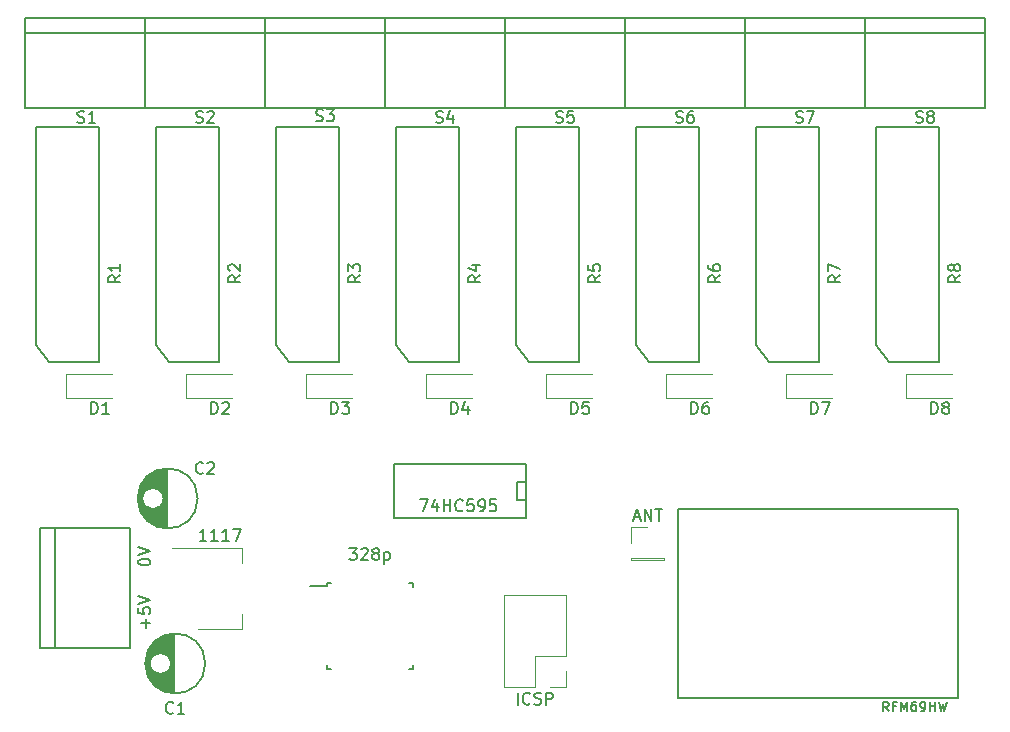
<source format=gto>
G04 #@! TF.FileFunction,Legend,Top*
%FSLAX46Y46*%
G04 Gerber Fmt 4.6, Leading zero omitted, Abs format (unit mm)*
G04 Created by KiCad (PCBNEW 4.0.5-e0-6337~49~ubuntu16.04.1) date Tue Jan 17 08:46:27 2017*
%MOMM*%
%LPD*%
G01*
G04 APERTURE LIST*
%ADD10C,0.100000*%
%ADD11C,0.150000*%
%ADD12C,0.120000*%
%ADD13C,0.160000*%
G04 APERTURE END LIST*
D10*
D11*
X164015000Y-113850000D02*
X164015000Y-114075000D01*
X171265000Y-113850000D02*
X171265000Y-114175000D01*
X171265000Y-121100000D02*
X171265000Y-120775000D01*
X164015000Y-121100000D02*
X164015000Y-120775000D01*
X164015000Y-113850000D02*
X164340000Y-113850000D01*
X164015000Y-121100000D02*
X164340000Y-121100000D01*
X171265000Y-121100000D02*
X170940000Y-121100000D01*
X171265000Y-113850000D02*
X170940000Y-113850000D01*
X164015000Y-114075000D02*
X162590000Y-114075000D01*
X140970000Y-119380000D02*
X140970000Y-109220000D01*
X139700000Y-119380000D02*
X147320000Y-119380000D01*
X147320000Y-119380000D02*
X147320000Y-109220000D01*
X147320000Y-109220000D02*
X139700000Y-109220000D01*
X139700000Y-109220000D02*
X139700000Y-119380000D01*
D12*
X189745000Y-111760000D02*
X189745000Y-111880000D01*
X189745000Y-111880000D02*
X192525000Y-111880000D01*
X192525000Y-111880000D02*
X192525000Y-111760000D01*
X192525000Y-111760000D02*
X189745000Y-111760000D01*
X189745000Y-110490000D02*
X189745000Y-109100000D01*
X189745000Y-109100000D02*
X191135000Y-109100000D01*
X184270000Y-120015000D02*
X184270000Y-114815000D01*
X184270000Y-114815000D02*
X178950000Y-114815000D01*
X178950000Y-114815000D02*
X178950000Y-122675000D01*
X178950000Y-122675000D02*
X181610000Y-122675000D01*
X181610000Y-122675000D02*
X181610000Y-120015000D01*
X181610000Y-120015000D02*
X184270000Y-120015000D01*
X184270000Y-121285000D02*
X184270000Y-122675000D01*
X184270000Y-122675000D02*
X182880000Y-122675000D01*
D11*
X138430000Y-67310000D02*
X148590000Y-67310000D01*
X138430000Y-66040000D02*
X138430000Y-73660000D01*
X138430000Y-73660000D02*
X148590000Y-73660000D01*
X148590000Y-73660000D02*
X148590000Y-66040000D01*
X148590000Y-66040000D02*
X138430000Y-66040000D01*
X148590000Y-67310000D02*
X158750000Y-67310000D01*
X148590000Y-66040000D02*
X148590000Y-73660000D01*
X148590000Y-73660000D02*
X158750000Y-73660000D01*
X158750000Y-73660000D02*
X158750000Y-66040000D01*
X158750000Y-66040000D02*
X148590000Y-66040000D01*
X158750000Y-67310000D02*
X168910000Y-67310000D01*
X158750000Y-66040000D02*
X158750000Y-73660000D01*
X158750000Y-73660000D02*
X168910000Y-73660000D01*
X168910000Y-73660000D02*
X168910000Y-66040000D01*
X168910000Y-66040000D02*
X158750000Y-66040000D01*
X168910000Y-67310000D02*
X179070000Y-67310000D01*
X168910000Y-66040000D02*
X168910000Y-73660000D01*
X168910000Y-73660000D02*
X179070000Y-73660000D01*
X179070000Y-73660000D02*
X179070000Y-66040000D01*
X179070000Y-66040000D02*
X168910000Y-66040000D01*
X179070000Y-67310000D02*
X189230000Y-67310000D01*
X179070000Y-66040000D02*
X179070000Y-73660000D01*
X179070000Y-73660000D02*
X189230000Y-73660000D01*
X189230000Y-73660000D02*
X189230000Y-66040000D01*
X189230000Y-66040000D02*
X179070000Y-66040000D01*
X189230000Y-67310000D02*
X199390000Y-67310000D01*
X189230000Y-66040000D02*
X189230000Y-73660000D01*
X189230000Y-73660000D02*
X199390000Y-73660000D01*
X199390000Y-73660000D02*
X199390000Y-66040000D01*
X199390000Y-66040000D02*
X189230000Y-66040000D01*
X199390000Y-67310000D02*
X209550000Y-67310000D01*
X199390000Y-66040000D02*
X199390000Y-73660000D01*
X199390000Y-73660000D02*
X209550000Y-73660000D01*
X209550000Y-73660000D02*
X209550000Y-66040000D01*
X209550000Y-66040000D02*
X199390000Y-66040000D01*
X209550000Y-67310000D02*
X219710000Y-67310000D01*
X209550000Y-66040000D02*
X209550000Y-73660000D01*
X209550000Y-73660000D02*
X219710000Y-73660000D01*
X219710000Y-73660000D02*
X219710000Y-66040000D01*
X219710000Y-66040000D02*
X209550000Y-66040000D01*
X139340000Y-75210000D02*
X139340000Y-93710000D01*
X139340000Y-93710000D02*
X140440000Y-95110000D01*
X140440000Y-95110000D02*
X144740000Y-95110000D01*
X144740000Y-95110000D02*
X144740000Y-75210000D01*
X144740000Y-75210000D02*
X139340000Y-75210000D01*
X149500000Y-75210000D02*
X149500000Y-93710000D01*
X149500000Y-93710000D02*
X150600000Y-95110000D01*
X150600000Y-95110000D02*
X154900000Y-95110000D01*
X154900000Y-95110000D02*
X154900000Y-75210000D01*
X154900000Y-75210000D02*
X149500000Y-75210000D01*
X159660000Y-75210000D02*
X159660000Y-93710000D01*
X159660000Y-93710000D02*
X160760000Y-95110000D01*
X160760000Y-95110000D02*
X165060000Y-95110000D01*
X165060000Y-95110000D02*
X165060000Y-75210000D01*
X165060000Y-75210000D02*
X159660000Y-75210000D01*
X169820000Y-75210000D02*
X169820000Y-93710000D01*
X169820000Y-93710000D02*
X170920000Y-95110000D01*
X170920000Y-95110000D02*
X175220000Y-95110000D01*
X175220000Y-95110000D02*
X175220000Y-75210000D01*
X175220000Y-75210000D02*
X169820000Y-75210000D01*
X179980000Y-75210000D02*
X179980000Y-93710000D01*
X179980000Y-93710000D02*
X181080000Y-95110000D01*
X181080000Y-95110000D02*
X185380000Y-95110000D01*
X185380000Y-95110000D02*
X185380000Y-75210000D01*
X185380000Y-75210000D02*
X179980000Y-75210000D01*
X190140000Y-75210000D02*
X190140000Y-93710000D01*
X190140000Y-93710000D02*
X191240000Y-95110000D01*
X191240000Y-95110000D02*
X195540000Y-95110000D01*
X195540000Y-95110000D02*
X195540000Y-75210000D01*
X195540000Y-75210000D02*
X190140000Y-75210000D01*
X200300000Y-75210000D02*
X200300000Y-93710000D01*
X200300000Y-93710000D02*
X201400000Y-95110000D01*
X201400000Y-95110000D02*
X205700000Y-95110000D01*
X205700000Y-95110000D02*
X205700000Y-75210000D01*
X205700000Y-75210000D02*
X200300000Y-75210000D01*
X210460000Y-75210000D02*
X210460000Y-93710000D01*
X210460000Y-93710000D02*
X211560000Y-95110000D01*
X211560000Y-95110000D02*
X215860000Y-95110000D01*
X215860000Y-95110000D02*
X215860000Y-75210000D01*
X215860000Y-75210000D02*
X210460000Y-75210000D01*
D12*
X156850000Y-117710000D02*
X156850000Y-116450000D01*
X156850000Y-110890000D02*
X156850000Y-112150000D01*
X153090000Y-117710000D02*
X156850000Y-117710000D01*
X150840000Y-110890000D02*
X156850000Y-110890000D01*
D11*
X217395000Y-107555000D02*
X217395000Y-123555000D01*
X193695000Y-107555000D02*
X217395000Y-107555000D01*
X193695000Y-123555000D02*
X193695000Y-107555000D01*
X217395000Y-123555000D02*
X193695000Y-123555000D01*
X180848000Y-106807000D02*
X180086000Y-106807000D01*
X180086000Y-106807000D02*
X180086000Y-105283000D01*
X180086000Y-105283000D02*
X180848000Y-105283000D01*
X169672000Y-108331000D02*
X169672000Y-103759000D01*
X169672000Y-103759000D02*
X180848000Y-103759000D01*
X180848000Y-103759000D02*
X180848000Y-108331000D01*
X180848000Y-108331000D02*
X169672000Y-108331000D01*
X151075000Y-123149000D02*
X151075000Y-118151000D01*
X150935000Y-123141000D02*
X150935000Y-118159000D01*
X150795000Y-123125000D02*
X150795000Y-120745000D01*
X150795000Y-120555000D02*
X150795000Y-118175000D01*
X150655000Y-123101000D02*
X150655000Y-121140000D01*
X150655000Y-120160000D02*
X150655000Y-118199000D01*
X150515000Y-123068000D02*
X150515000Y-121307000D01*
X150515000Y-119993000D02*
X150515000Y-118232000D01*
X150375000Y-123027000D02*
X150375000Y-121414000D01*
X150375000Y-119886000D02*
X150375000Y-118273000D01*
X150235000Y-122977000D02*
X150235000Y-121485000D01*
X150235000Y-119815000D02*
X150235000Y-118323000D01*
X150095000Y-122916000D02*
X150095000Y-121529000D01*
X150095000Y-119771000D02*
X150095000Y-118384000D01*
X149955000Y-122846000D02*
X149955000Y-121548000D01*
X149955000Y-119752000D02*
X149955000Y-118454000D01*
X149815000Y-122764000D02*
X149815000Y-121546000D01*
X149815000Y-119754000D02*
X149815000Y-118536000D01*
X149675000Y-122669000D02*
X149675000Y-121521000D01*
X149675000Y-119779000D02*
X149675000Y-118631000D01*
X149535000Y-122558000D02*
X149535000Y-121473000D01*
X149535000Y-119827000D02*
X149535000Y-118742000D01*
X149395000Y-122430000D02*
X149395000Y-121395000D01*
X149395000Y-119905000D02*
X149395000Y-118870000D01*
X149255000Y-122281000D02*
X149255000Y-121278000D01*
X149255000Y-120022000D02*
X149255000Y-119019000D01*
X149115000Y-122102000D02*
X149115000Y-121090000D01*
X149115000Y-120210000D02*
X149115000Y-119198000D01*
X148975000Y-121883000D02*
X148975000Y-119417000D01*
X148835000Y-121594000D02*
X148835000Y-119706000D01*
X148695000Y-121122000D02*
X148695000Y-120178000D01*
X150800000Y-120650000D02*
G75*
G03X150800000Y-120650000I-900000J0D01*
G01*
X153687500Y-120650000D02*
G75*
G03X153687500Y-120650000I-2537500J0D01*
G01*
X150440000Y-109179000D02*
X150440000Y-104181000D01*
X150300000Y-109171000D02*
X150300000Y-104189000D01*
X150160000Y-109155000D02*
X150160000Y-106775000D01*
X150160000Y-106585000D02*
X150160000Y-104205000D01*
X150020000Y-109131000D02*
X150020000Y-107170000D01*
X150020000Y-106190000D02*
X150020000Y-104229000D01*
X149880000Y-109098000D02*
X149880000Y-107337000D01*
X149880000Y-106023000D02*
X149880000Y-104262000D01*
X149740000Y-109057000D02*
X149740000Y-107444000D01*
X149740000Y-105916000D02*
X149740000Y-104303000D01*
X149600000Y-109007000D02*
X149600000Y-107515000D01*
X149600000Y-105845000D02*
X149600000Y-104353000D01*
X149460000Y-108946000D02*
X149460000Y-107559000D01*
X149460000Y-105801000D02*
X149460000Y-104414000D01*
X149320000Y-108876000D02*
X149320000Y-107578000D01*
X149320000Y-105782000D02*
X149320000Y-104484000D01*
X149180000Y-108794000D02*
X149180000Y-107576000D01*
X149180000Y-105784000D02*
X149180000Y-104566000D01*
X149040000Y-108699000D02*
X149040000Y-107551000D01*
X149040000Y-105809000D02*
X149040000Y-104661000D01*
X148900000Y-108588000D02*
X148900000Y-107503000D01*
X148900000Y-105857000D02*
X148900000Y-104772000D01*
X148760000Y-108460000D02*
X148760000Y-107425000D01*
X148760000Y-105935000D02*
X148760000Y-104900000D01*
X148620000Y-108311000D02*
X148620000Y-107308000D01*
X148620000Y-106052000D02*
X148620000Y-105049000D01*
X148480000Y-108132000D02*
X148480000Y-107120000D01*
X148480000Y-106240000D02*
X148480000Y-105228000D01*
X148340000Y-107913000D02*
X148340000Y-105447000D01*
X148200000Y-107624000D02*
X148200000Y-105736000D01*
X148060000Y-107152000D02*
X148060000Y-106208000D01*
X150165000Y-106680000D02*
G75*
G03X150165000Y-106680000I-900000J0D01*
G01*
X153052500Y-106680000D02*
G75*
G03X153052500Y-106680000I-2537500J0D01*
G01*
D12*
X141895000Y-96155000D02*
X141895000Y-98155000D01*
X141895000Y-98155000D02*
X145795000Y-98155000D01*
X141895000Y-96155000D02*
X145795000Y-96155000D01*
X152055000Y-96155000D02*
X152055000Y-98155000D01*
X152055000Y-98155000D02*
X155955000Y-98155000D01*
X152055000Y-96155000D02*
X155955000Y-96155000D01*
X162215000Y-96155000D02*
X162215000Y-98155000D01*
X162215000Y-98155000D02*
X166115000Y-98155000D01*
X162215000Y-96155000D02*
X166115000Y-96155000D01*
X172375000Y-96155000D02*
X172375000Y-98155000D01*
X172375000Y-98155000D02*
X176275000Y-98155000D01*
X172375000Y-96155000D02*
X176275000Y-96155000D01*
X182535000Y-96155000D02*
X182535000Y-98155000D01*
X182535000Y-98155000D02*
X186435000Y-98155000D01*
X182535000Y-96155000D02*
X186435000Y-96155000D01*
X192695000Y-96155000D02*
X192695000Y-98155000D01*
X192695000Y-98155000D02*
X196595000Y-98155000D01*
X192695000Y-96155000D02*
X196595000Y-96155000D01*
X202855000Y-96155000D02*
X202855000Y-98155000D01*
X202855000Y-98155000D02*
X206755000Y-98155000D01*
X202855000Y-96155000D02*
X206755000Y-96155000D01*
X213015000Y-96155000D02*
X213015000Y-98155000D01*
X213015000Y-98155000D02*
X216915000Y-98155000D01*
X213015000Y-96155000D02*
X216915000Y-96155000D01*
D11*
X165901905Y-110877381D02*
X166520953Y-110877381D01*
X166187619Y-111258333D01*
X166330477Y-111258333D01*
X166425715Y-111305952D01*
X166473334Y-111353571D01*
X166520953Y-111448810D01*
X166520953Y-111686905D01*
X166473334Y-111782143D01*
X166425715Y-111829762D01*
X166330477Y-111877381D01*
X166044762Y-111877381D01*
X165949524Y-111829762D01*
X165901905Y-111782143D01*
X166901905Y-110972619D02*
X166949524Y-110925000D01*
X167044762Y-110877381D01*
X167282858Y-110877381D01*
X167378096Y-110925000D01*
X167425715Y-110972619D01*
X167473334Y-111067857D01*
X167473334Y-111163095D01*
X167425715Y-111305952D01*
X166854286Y-111877381D01*
X167473334Y-111877381D01*
X168044762Y-111305952D02*
X167949524Y-111258333D01*
X167901905Y-111210714D01*
X167854286Y-111115476D01*
X167854286Y-111067857D01*
X167901905Y-110972619D01*
X167949524Y-110925000D01*
X168044762Y-110877381D01*
X168235239Y-110877381D01*
X168330477Y-110925000D01*
X168378096Y-110972619D01*
X168425715Y-111067857D01*
X168425715Y-111115476D01*
X168378096Y-111210714D01*
X168330477Y-111258333D01*
X168235239Y-111305952D01*
X168044762Y-111305952D01*
X167949524Y-111353571D01*
X167901905Y-111401190D01*
X167854286Y-111496429D01*
X167854286Y-111686905D01*
X167901905Y-111782143D01*
X167949524Y-111829762D01*
X168044762Y-111877381D01*
X168235239Y-111877381D01*
X168330477Y-111829762D01*
X168378096Y-111782143D01*
X168425715Y-111686905D01*
X168425715Y-111496429D01*
X168378096Y-111401190D01*
X168330477Y-111353571D01*
X168235239Y-111305952D01*
X168854286Y-111210714D02*
X168854286Y-112210714D01*
X168854286Y-111258333D02*
X168949524Y-111210714D01*
X169140001Y-111210714D01*
X169235239Y-111258333D01*
X169282858Y-111305952D01*
X169330477Y-111401190D01*
X169330477Y-111686905D01*
X169282858Y-111782143D01*
X169235239Y-111829762D01*
X169140001Y-111877381D01*
X168949524Y-111877381D01*
X168854286Y-111829762D01*
X148661429Y-117633334D02*
X148661429Y-116871429D01*
X149042381Y-117252381D02*
X148280476Y-117252381D01*
X148042381Y-115919048D02*
X148042381Y-116395239D01*
X148518571Y-116442858D01*
X148470952Y-116395239D01*
X148423333Y-116300001D01*
X148423333Y-116061905D01*
X148470952Y-115966667D01*
X148518571Y-115919048D01*
X148613810Y-115871429D01*
X148851905Y-115871429D01*
X148947143Y-115919048D01*
X148994762Y-115966667D01*
X149042381Y-116061905D01*
X149042381Y-116300001D01*
X148994762Y-116395239D01*
X148947143Y-116442858D01*
X148042381Y-115585715D02*
X149042381Y-115252382D01*
X148042381Y-114919048D01*
X148042381Y-112109524D02*
X148042381Y-112014285D01*
X148090000Y-111919047D01*
X148137619Y-111871428D01*
X148232857Y-111823809D01*
X148423333Y-111776190D01*
X148661429Y-111776190D01*
X148851905Y-111823809D01*
X148947143Y-111871428D01*
X148994762Y-111919047D01*
X149042381Y-112014285D01*
X149042381Y-112109524D01*
X148994762Y-112204762D01*
X148947143Y-112252381D01*
X148851905Y-112300000D01*
X148661429Y-112347619D01*
X148423333Y-112347619D01*
X148232857Y-112300000D01*
X148137619Y-112252381D01*
X148090000Y-112204762D01*
X148042381Y-112109524D01*
X148042381Y-111490476D02*
X149042381Y-111157143D01*
X148042381Y-110823809D01*
X189992143Y-108266667D02*
X190468334Y-108266667D01*
X189896905Y-108552381D02*
X190230238Y-107552381D01*
X190563572Y-108552381D01*
X190896905Y-108552381D02*
X190896905Y-107552381D01*
X191468334Y-108552381D01*
X191468334Y-107552381D01*
X191801667Y-107552381D02*
X192373096Y-107552381D01*
X192087381Y-108552381D02*
X192087381Y-107552381D01*
X180133810Y-124127381D02*
X180133810Y-123127381D01*
X181181429Y-124032143D02*
X181133810Y-124079762D01*
X180990953Y-124127381D01*
X180895715Y-124127381D01*
X180752857Y-124079762D01*
X180657619Y-123984524D01*
X180610000Y-123889286D01*
X180562381Y-123698810D01*
X180562381Y-123555952D01*
X180610000Y-123365476D01*
X180657619Y-123270238D01*
X180752857Y-123175000D01*
X180895715Y-123127381D01*
X180990953Y-123127381D01*
X181133810Y-123175000D01*
X181181429Y-123222619D01*
X181562381Y-124079762D02*
X181705238Y-124127381D01*
X181943334Y-124127381D01*
X182038572Y-124079762D01*
X182086191Y-124032143D01*
X182133810Y-123936905D01*
X182133810Y-123841667D01*
X182086191Y-123746429D01*
X182038572Y-123698810D01*
X181943334Y-123651190D01*
X181752857Y-123603571D01*
X181657619Y-123555952D01*
X181610000Y-123508333D01*
X181562381Y-123413095D01*
X181562381Y-123317857D01*
X181610000Y-123222619D01*
X181657619Y-123175000D01*
X181752857Y-123127381D01*
X181990953Y-123127381D01*
X182133810Y-123175000D01*
X182562381Y-124127381D02*
X182562381Y-123127381D01*
X182943334Y-123127381D01*
X183038572Y-123175000D01*
X183086191Y-123222619D01*
X183133810Y-123317857D01*
X183133810Y-123460714D01*
X183086191Y-123555952D01*
X183038572Y-123603571D01*
X182943334Y-123651190D01*
X182562381Y-123651190D01*
X142875095Y-74826762D02*
X143017952Y-74874381D01*
X143256048Y-74874381D01*
X143351286Y-74826762D01*
X143398905Y-74779143D01*
X143446524Y-74683905D01*
X143446524Y-74588667D01*
X143398905Y-74493429D01*
X143351286Y-74445810D01*
X143256048Y-74398190D01*
X143065571Y-74350571D01*
X142970333Y-74302952D01*
X142922714Y-74255333D01*
X142875095Y-74160095D01*
X142875095Y-74064857D01*
X142922714Y-73969619D01*
X142970333Y-73922000D01*
X143065571Y-73874381D01*
X143303667Y-73874381D01*
X143446524Y-73922000D01*
X144398905Y-74874381D02*
X143827476Y-74874381D01*
X144113190Y-74874381D02*
X144113190Y-73874381D01*
X144017952Y-74017238D01*
X143922714Y-74112476D01*
X143827476Y-74160095D01*
X152908095Y-74826762D02*
X153050952Y-74874381D01*
X153289048Y-74874381D01*
X153384286Y-74826762D01*
X153431905Y-74779143D01*
X153479524Y-74683905D01*
X153479524Y-74588667D01*
X153431905Y-74493429D01*
X153384286Y-74445810D01*
X153289048Y-74398190D01*
X153098571Y-74350571D01*
X153003333Y-74302952D01*
X152955714Y-74255333D01*
X152908095Y-74160095D01*
X152908095Y-74064857D01*
X152955714Y-73969619D01*
X153003333Y-73922000D01*
X153098571Y-73874381D01*
X153336667Y-73874381D01*
X153479524Y-73922000D01*
X153860476Y-73969619D02*
X153908095Y-73922000D01*
X154003333Y-73874381D01*
X154241429Y-73874381D01*
X154336667Y-73922000D01*
X154384286Y-73969619D01*
X154431905Y-74064857D01*
X154431905Y-74160095D01*
X154384286Y-74302952D01*
X153812857Y-74874381D01*
X154431905Y-74874381D01*
X163068095Y-74699762D02*
X163210952Y-74747381D01*
X163449048Y-74747381D01*
X163544286Y-74699762D01*
X163591905Y-74652143D01*
X163639524Y-74556905D01*
X163639524Y-74461667D01*
X163591905Y-74366429D01*
X163544286Y-74318810D01*
X163449048Y-74271190D01*
X163258571Y-74223571D01*
X163163333Y-74175952D01*
X163115714Y-74128333D01*
X163068095Y-74033095D01*
X163068095Y-73937857D01*
X163115714Y-73842619D01*
X163163333Y-73795000D01*
X163258571Y-73747381D01*
X163496667Y-73747381D01*
X163639524Y-73795000D01*
X163972857Y-73747381D02*
X164591905Y-73747381D01*
X164258571Y-74128333D01*
X164401429Y-74128333D01*
X164496667Y-74175952D01*
X164544286Y-74223571D01*
X164591905Y-74318810D01*
X164591905Y-74556905D01*
X164544286Y-74652143D01*
X164496667Y-74699762D01*
X164401429Y-74747381D01*
X164115714Y-74747381D01*
X164020476Y-74699762D01*
X163972857Y-74652143D01*
X173228095Y-74826762D02*
X173370952Y-74874381D01*
X173609048Y-74874381D01*
X173704286Y-74826762D01*
X173751905Y-74779143D01*
X173799524Y-74683905D01*
X173799524Y-74588667D01*
X173751905Y-74493429D01*
X173704286Y-74445810D01*
X173609048Y-74398190D01*
X173418571Y-74350571D01*
X173323333Y-74302952D01*
X173275714Y-74255333D01*
X173228095Y-74160095D01*
X173228095Y-74064857D01*
X173275714Y-73969619D01*
X173323333Y-73922000D01*
X173418571Y-73874381D01*
X173656667Y-73874381D01*
X173799524Y-73922000D01*
X174656667Y-74207714D02*
X174656667Y-74874381D01*
X174418571Y-73826762D02*
X174180476Y-74541048D01*
X174799524Y-74541048D01*
X183388095Y-74826762D02*
X183530952Y-74874381D01*
X183769048Y-74874381D01*
X183864286Y-74826762D01*
X183911905Y-74779143D01*
X183959524Y-74683905D01*
X183959524Y-74588667D01*
X183911905Y-74493429D01*
X183864286Y-74445810D01*
X183769048Y-74398190D01*
X183578571Y-74350571D01*
X183483333Y-74302952D01*
X183435714Y-74255333D01*
X183388095Y-74160095D01*
X183388095Y-74064857D01*
X183435714Y-73969619D01*
X183483333Y-73922000D01*
X183578571Y-73874381D01*
X183816667Y-73874381D01*
X183959524Y-73922000D01*
X184864286Y-73874381D02*
X184388095Y-73874381D01*
X184340476Y-74350571D01*
X184388095Y-74302952D01*
X184483333Y-74255333D01*
X184721429Y-74255333D01*
X184816667Y-74302952D01*
X184864286Y-74350571D01*
X184911905Y-74445810D01*
X184911905Y-74683905D01*
X184864286Y-74779143D01*
X184816667Y-74826762D01*
X184721429Y-74874381D01*
X184483333Y-74874381D01*
X184388095Y-74826762D01*
X184340476Y-74779143D01*
X193548095Y-74826762D02*
X193690952Y-74874381D01*
X193929048Y-74874381D01*
X194024286Y-74826762D01*
X194071905Y-74779143D01*
X194119524Y-74683905D01*
X194119524Y-74588667D01*
X194071905Y-74493429D01*
X194024286Y-74445810D01*
X193929048Y-74398190D01*
X193738571Y-74350571D01*
X193643333Y-74302952D01*
X193595714Y-74255333D01*
X193548095Y-74160095D01*
X193548095Y-74064857D01*
X193595714Y-73969619D01*
X193643333Y-73922000D01*
X193738571Y-73874381D01*
X193976667Y-73874381D01*
X194119524Y-73922000D01*
X194976667Y-73874381D02*
X194786190Y-73874381D01*
X194690952Y-73922000D01*
X194643333Y-73969619D01*
X194548095Y-74112476D01*
X194500476Y-74302952D01*
X194500476Y-74683905D01*
X194548095Y-74779143D01*
X194595714Y-74826762D01*
X194690952Y-74874381D01*
X194881429Y-74874381D01*
X194976667Y-74826762D01*
X195024286Y-74779143D01*
X195071905Y-74683905D01*
X195071905Y-74445810D01*
X195024286Y-74350571D01*
X194976667Y-74302952D01*
X194881429Y-74255333D01*
X194690952Y-74255333D01*
X194595714Y-74302952D01*
X194548095Y-74350571D01*
X194500476Y-74445810D01*
X203708095Y-74826762D02*
X203850952Y-74874381D01*
X204089048Y-74874381D01*
X204184286Y-74826762D01*
X204231905Y-74779143D01*
X204279524Y-74683905D01*
X204279524Y-74588667D01*
X204231905Y-74493429D01*
X204184286Y-74445810D01*
X204089048Y-74398190D01*
X203898571Y-74350571D01*
X203803333Y-74302952D01*
X203755714Y-74255333D01*
X203708095Y-74160095D01*
X203708095Y-74064857D01*
X203755714Y-73969619D01*
X203803333Y-73922000D01*
X203898571Y-73874381D01*
X204136667Y-73874381D01*
X204279524Y-73922000D01*
X204612857Y-73874381D02*
X205279524Y-73874381D01*
X204850952Y-74874381D01*
X213868095Y-74826762D02*
X214010952Y-74874381D01*
X214249048Y-74874381D01*
X214344286Y-74826762D01*
X214391905Y-74779143D01*
X214439524Y-74683905D01*
X214439524Y-74588667D01*
X214391905Y-74493429D01*
X214344286Y-74445810D01*
X214249048Y-74398190D01*
X214058571Y-74350571D01*
X213963333Y-74302952D01*
X213915714Y-74255333D01*
X213868095Y-74160095D01*
X213868095Y-74064857D01*
X213915714Y-73969619D01*
X213963333Y-73922000D01*
X214058571Y-73874381D01*
X214296667Y-73874381D01*
X214439524Y-73922000D01*
X215010952Y-74302952D02*
X214915714Y-74255333D01*
X214868095Y-74207714D01*
X214820476Y-74112476D01*
X214820476Y-74064857D01*
X214868095Y-73969619D01*
X214915714Y-73922000D01*
X215010952Y-73874381D01*
X215201429Y-73874381D01*
X215296667Y-73922000D01*
X215344286Y-73969619D01*
X215391905Y-74064857D01*
X215391905Y-74112476D01*
X215344286Y-74207714D01*
X215296667Y-74255333D01*
X215201429Y-74302952D01*
X215010952Y-74302952D01*
X214915714Y-74350571D01*
X214868095Y-74398190D01*
X214820476Y-74493429D01*
X214820476Y-74683905D01*
X214868095Y-74779143D01*
X214915714Y-74826762D01*
X215010952Y-74874381D01*
X215201429Y-74874381D01*
X215296667Y-74826762D01*
X215344286Y-74779143D01*
X215391905Y-74683905D01*
X215391905Y-74493429D01*
X215344286Y-74398190D01*
X215296667Y-74350571D01*
X215201429Y-74302952D01*
X146502381Y-87796666D02*
X146026190Y-88130000D01*
X146502381Y-88368095D02*
X145502381Y-88368095D01*
X145502381Y-87987142D01*
X145550000Y-87891904D01*
X145597619Y-87844285D01*
X145692857Y-87796666D01*
X145835714Y-87796666D01*
X145930952Y-87844285D01*
X145978571Y-87891904D01*
X146026190Y-87987142D01*
X146026190Y-88368095D01*
X146502381Y-86844285D02*
X146502381Y-87415714D01*
X146502381Y-87130000D02*
X145502381Y-87130000D01*
X145645238Y-87225238D01*
X145740476Y-87320476D01*
X145788095Y-87415714D01*
X156662381Y-87796666D02*
X156186190Y-88130000D01*
X156662381Y-88368095D02*
X155662381Y-88368095D01*
X155662381Y-87987142D01*
X155710000Y-87891904D01*
X155757619Y-87844285D01*
X155852857Y-87796666D01*
X155995714Y-87796666D01*
X156090952Y-87844285D01*
X156138571Y-87891904D01*
X156186190Y-87987142D01*
X156186190Y-88368095D01*
X155757619Y-87415714D02*
X155710000Y-87368095D01*
X155662381Y-87272857D01*
X155662381Y-87034761D01*
X155710000Y-86939523D01*
X155757619Y-86891904D01*
X155852857Y-86844285D01*
X155948095Y-86844285D01*
X156090952Y-86891904D01*
X156662381Y-87463333D01*
X156662381Y-86844285D01*
X166822381Y-87796666D02*
X166346190Y-88130000D01*
X166822381Y-88368095D02*
X165822381Y-88368095D01*
X165822381Y-87987142D01*
X165870000Y-87891904D01*
X165917619Y-87844285D01*
X166012857Y-87796666D01*
X166155714Y-87796666D01*
X166250952Y-87844285D01*
X166298571Y-87891904D01*
X166346190Y-87987142D01*
X166346190Y-88368095D01*
X165822381Y-87463333D02*
X165822381Y-86844285D01*
X166203333Y-87177619D01*
X166203333Y-87034761D01*
X166250952Y-86939523D01*
X166298571Y-86891904D01*
X166393810Y-86844285D01*
X166631905Y-86844285D01*
X166727143Y-86891904D01*
X166774762Y-86939523D01*
X166822381Y-87034761D01*
X166822381Y-87320476D01*
X166774762Y-87415714D01*
X166727143Y-87463333D01*
X176982381Y-87796666D02*
X176506190Y-88130000D01*
X176982381Y-88368095D02*
X175982381Y-88368095D01*
X175982381Y-87987142D01*
X176030000Y-87891904D01*
X176077619Y-87844285D01*
X176172857Y-87796666D01*
X176315714Y-87796666D01*
X176410952Y-87844285D01*
X176458571Y-87891904D01*
X176506190Y-87987142D01*
X176506190Y-88368095D01*
X176315714Y-86939523D02*
X176982381Y-86939523D01*
X175934762Y-87177619D02*
X176649048Y-87415714D01*
X176649048Y-86796666D01*
X187142381Y-87796666D02*
X186666190Y-88130000D01*
X187142381Y-88368095D02*
X186142381Y-88368095D01*
X186142381Y-87987142D01*
X186190000Y-87891904D01*
X186237619Y-87844285D01*
X186332857Y-87796666D01*
X186475714Y-87796666D01*
X186570952Y-87844285D01*
X186618571Y-87891904D01*
X186666190Y-87987142D01*
X186666190Y-88368095D01*
X186142381Y-86891904D02*
X186142381Y-87368095D01*
X186618571Y-87415714D01*
X186570952Y-87368095D01*
X186523333Y-87272857D01*
X186523333Y-87034761D01*
X186570952Y-86939523D01*
X186618571Y-86891904D01*
X186713810Y-86844285D01*
X186951905Y-86844285D01*
X187047143Y-86891904D01*
X187094762Y-86939523D01*
X187142381Y-87034761D01*
X187142381Y-87272857D01*
X187094762Y-87368095D01*
X187047143Y-87415714D01*
X197302381Y-87796666D02*
X196826190Y-88130000D01*
X197302381Y-88368095D02*
X196302381Y-88368095D01*
X196302381Y-87987142D01*
X196350000Y-87891904D01*
X196397619Y-87844285D01*
X196492857Y-87796666D01*
X196635714Y-87796666D01*
X196730952Y-87844285D01*
X196778571Y-87891904D01*
X196826190Y-87987142D01*
X196826190Y-88368095D01*
X196302381Y-86939523D02*
X196302381Y-87130000D01*
X196350000Y-87225238D01*
X196397619Y-87272857D01*
X196540476Y-87368095D01*
X196730952Y-87415714D01*
X197111905Y-87415714D01*
X197207143Y-87368095D01*
X197254762Y-87320476D01*
X197302381Y-87225238D01*
X197302381Y-87034761D01*
X197254762Y-86939523D01*
X197207143Y-86891904D01*
X197111905Y-86844285D01*
X196873810Y-86844285D01*
X196778571Y-86891904D01*
X196730952Y-86939523D01*
X196683333Y-87034761D01*
X196683333Y-87225238D01*
X196730952Y-87320476D01*
X196778571Y-87368095D01*
X196873810Y-87415714D01*
X207462381Y-87796666D02*
X206986190Y-88130000D01*
X207462381Y-88368095D02*
X206462381Y-88368095D01*
X206462381Y-87987142D01*
X206510000Y-87891904D01*
X206557619Y-87844285D01*
X206652857Y-87796666D01*
X206795714Y-87796666D01*
X206890952Y-87844285D01*
X206938571Y-87891904D01*
X206986190Y-87987142D01*
X206986190Y-88368095D01*
X206462381Y-87463333D02*
X206462381Y-86796666D01*
X207462381Y-87225238D01*
X217622381Y-87796666D02*
X217146190Y-88130000D01*
X217622381Y-88368095D02*
X216622381Y-88368095D01*
X216622381Y-87987142D01*
X216670000Y-87891904D01*
X216717619Y-87844285D01*
X216812857Y-87796666D01*
X216955714Y-87796666D01*
X217050952Y-87844285D01*
X217098571Y-87891904D01*
X217146190Y-87987142D01*
X217146190Y-88368095D01*
X217050952Y-87225238D02*
X217003333Y-87320476D01*
X216955714Y-87368095D01*
X216860476Y-87415714D01*
X216812857Y-87415714D01*
X216717619Y-87368095D01*
X216670000Y-87320476D01*
X216622381Y-87225238D01*
X216622381Y-87034761D01*
X216670000Y-86939523D01*
X216717619Y-86891904D01*
X216812857Y-86844285D01*
X216860476Y-86844285D01*
X216955714Y-86891904D01*
X217003333Y-86939523D01*
X217050952Y-87034761D01*
X217050952Y-87225238D01*
X217098571Y-87320476D01*
X217146190Y-87368095D01*
X217241429Y-87415714D01*
X217431905Y-87415714D01*
X217527143Y-87368095D01*
X217574762Y-87320476D01*
X217622381Y-87225238D01*
X217622381Y-87034761D01*
X217574762Y-86939523D01*
X217527143Y-86891904D01*
X217431905Y-86844285D01*
X217241429Y-86844285D01*
X217146190Y-86891904D01*
X217098571Y-86939523D01*
X217050952Y-87034761D01*
X153797143Y-110252381D02*
X153225714Y-110252381D01*
X153511428Y-110252381D02*
X153511428Y-109252381D01*
X153416190Y-109395238D01*
X153320952Y-109490476D01*
X153225714Y-109538095D01*
X154749524Y-110252381D02*
X154178095Y-110252381D01*
X154463809Y-110252381D02*
X154463809Y-109252381D01*
X154368571Y-109395238D01*
X154273333Y-109490476D01*
X154178095Y-109538095D01*
X155701905Y-110252381D02*
X155130476Y-110252381D01*
X155416190Y-110252381D02*
X155416190Y-109252381D01*
X155320952Y-109395238D01*
X155225714Y-109490476D01*
X155130476Y-109538095D01*
X156035238Y-109252381D02*
X156701905Y-109252381D01*
X156273333Y-110252381D01*
D13*
X211550524Y-124694905D02*
X211283857Y-124313952D01*
X211093381Y-124694905D02*
X211093381Y-123894905D01*
X211398143Y-123894905D01*
X211474334Y-123933000D01*
X211512429Y-123971095D01*
X211550524Y-124047286D01*
X211550524Y-124161571D01*
X211512429Y-124237762D01*
X211474334Y-124275857D01*
X211398143Y-124313952D01*
X211093381Y-124313952D01*
X212160048Y-124275857D02*
X211893381Y-124275857D01*
X211893381Y-124694905D02*
X211893381Y-123894905D01*
X212274334Y-123894905D01*
X212579095Y-124694905D02*
X212579095Y-123894905D01*
X212845762Y-124466333D01*
X213112429Y-123894905D01*
X213112429Y-124694905D01*
X213836238Y-123894905D02*
X213683857Y-123894905D01*
X213607667Y-123933000D01*
X213569572Y-123971095D01*
X213493381Y-124085381D01*
X213455286Y-124237762D01*
X213455286Y-124542524D01*
X213493381Y-124618714D01*
X213531476Y-124656810D01*
X213607667Y-124694905D01*
X213760048Y-124694905D01*
X213836238Y-124656810D01*
X213874334Y-124618714D01*
X213912429Y-124542524D01*
X213912429Y-124352048D01*
X213874334Y-124275857D01*
X213836238Y-124237762D01*
X213760048Y-124199667D01*
X213607667Y-124199667D01*
X213531476Y-124237762D01*
X213493381Y-124275857D01*
X213455286Y-124352048D01*
X214293381Y-124694905D02*
X214445762Y-124694905D01*
X214521953Y-124656810D01*
X214560048Y-124618714D01*
X214636239Y-124504429D01*
X214674334Y-124352048D01*
X214674334Y-124047286D01*
X214636239Y-123971095D01*
X214598143Y-123933000D01*
X214521953Y-123894905D01*
X214369572Y-123894905D01*
X214293381Y-123933000D01*
X214255286Y-123971095D01*
X214217191Y-124047286D01*
X214217191Y-124237762D01*
X214255286Y-124313952D01*
X214293381Y-124352048D01*
X214369572Y-124390143D01*
X214521953Y-124390143D01*
X214598143Y-124352048D01*
X214636239Y-124313952D01*
X214674334Y-124237762D01*
X215017191Y-124694905D02*
X215017191Y-123894905D01*
X215017191Y-124275857D02*
X215474334Y-124275857D01*
X215474334Y-124694905D02*
X215474334Y-123894905D01*
X215779096Y-123894905D02*
X215969572Y-124694905D01*
X216121953Y-124123476D01*
X216274334Y-124694905D01*
X216464810Y-123894905D01*
D11*
X171871095Y-106767381D02*
X172537762Y-106767381D01*
X172109190Y-107767381D01*
X173347286Y-107100714D02*
X173347286Y-107767381D01*
X173109190Y-106719762D02*
X172871095Y-107434048D01*
X173490143Y-107434048D01*
X173871095Y-107767381D02*
X173871095Y-106767381D01*
X173871095Y-107243571D02*
X174442524Y-107243571D01*
X174442524Y-107767381D02*
X174442524Y-106767381D01*
X175490143Y-107672143D02*
X175442524Y-107719762D01*
X175299667Y-107767381D01*
X175204429Y-107767381D01*
X175061571Y-107719762D01*
X174966333Y-107624524D01*
X174918714Y-107529286D01*
X174871095Y-107338810D01*
X174871095Y-107195952D01*
X174918714Y-107005476D01*
X174966333Y-106910238D01*
X175061571Y-106815000D01*
X175204429Y-106767381D01*
X175299667Y-106767381D01*
X175442524Y-106815000D01*
X175490143Y-106862619D01*
X176394905Y-106767381D02*
X175918714Y-106767381D01*
X175871095Y-107243571D01*
X175918714Y-107195952D01*
X176013952Y-107148333D01*
X176252048Y-107148333D01*
X176347286Y-107195952D01*
X176394905Y-107243571D01*
X176442524Y-107338810D01*
X176442524Y-107576905D01*
X176394905Y-107672143D01*
X176347286Y-107719762D01*
X176252048Y-107767381D01*
X176013952Y-107767381D01*
X175918714Y-107719762D01*
X175871095Y-107672143D01*
X176918714Y-107767381D02*
X177109190Y-107767381D01*
X177204429Y-107719762D01*
X177252048Y-107672143D01*
X177347286Y-107529286D01*
X177394905Y-107338810D01*
X177394905Y-106957857D01*
X177347286Y-106862619D01*
X177299667Y-106815000D01*
X177204429Y-106767381D01*
X177013952Y-106767381D01*
X176918714Y-106815000D01*
X176871095Y-106862619D01*
X176823476Y-106957857D01*
X176823476Y-107195952D01*
X176871095Y-107291190D01*
X176918714Y-107338810D01*
X177013952Y-107386429D01*
X177204429Y-107386429D01*
X177299667Y-107338810D01*
X177347286Y-107291190D01*
X177394905Y-107195952D01*
X178299667Y-106767381D02*
X177823476Y-106767381D01*
X177775857Y-107243571D01*
X177823476Y-107195952D01*
X177918714Y-107148333D01*
X178156810Y-107148333D01*
X178252048Y-107195952D01*
X178299667Y-107243571D01*
X178347286Y-107338810D01*
X178347286Y-107576905D01*
X178299667Y-107672143D01*
X178252048Y-107719762D01*
X178156810Y-107767381D01*
X177918714Y-107767381D01*
X177823476Y-107719762D01*
X177775857Y-107672143D01*
X150983334Y-124807143D02*
X150935715Y-124854762D01*
X150792858Y-124902381D01*
X150697620Y-124902381D01*
X150554762Y-124854762D01*
X150459524Y-124759524D01*
X150411905Y-124664286D01*
X150364286Y-124473810D01*
X150364286Y-124330952D01*
X150411905Y-124140476D01*
X150459524Y-124045238D01*
X150554762Y-123950000D01*
X150697620Y-123902381D01*
X150792858Y-123902381D01*
X150935715Y-123950000D01*
X150983334Y-123997619D01*
X151935715Y-124902381D02*
X151364286Y-124902381D01*
X151650000Y-124902381D02*
X151650000Y-123902381D01*
X151554762Y-124045238D01*
X151459524Y-124140476D01*
X151364286Y-124188095D01*
X153503334Y-104497143D02*
X153455715Y-104544762D01*
X153312858Y-104592381D01*
X153217620Y-104592381D01*
X153074762Y-104544762D01*
X152979524Y-104449524D01*
X152931905Y-104354286D01*
X152884286Y-104163810D01*
X152884286Y-104020952D01*
X152931905Y-103830476D01*
X152979524Y-103735238D01*
X153074762Y-103640000D01*
X153217620Y-103592381D01*
X153312858Y-103592381D01*
X153455715Y-103640000D01*
X153503334Y-103687619D01*
X153884286Y-103687619D02*
X153931905Y-103640000D01*
X154027143Y-103592381D01*
X154265239Y-103592381D01*
X154360477Y-103640000D01*
X154408096Y-103687619D01*
X154455715Y-103782857D01*
X154455715Y-103878095D01*
X154408096Y-104020952D01*
X153836667Y-104592381D01*
X154455715Y-104592381D01*
X144041905Y-99512381D02*
X144041905Y-98512381D01*
X144280000Y-98512381D01*
X144422858Y-98560000D01*
X144518096Y-98655238D01*
X144565715Y-98750476D01*
X144613334Y-98940952D01*
X144613334Y-99083810D01*
X144565715Y-99274286D01*
X144518096Y-99369524D01*
X144422858Y-99464762D01*
X144280000Y-99512381D01*
X144041905Y-99512381D01*
X145565715Y-99512381D02*
X144994286Y-99512381D01*
X145280000Y-99512381D02*
X145280000Y-98512381D01*
X145184762Y-98655238D01*
X145089524Y-98750476D01*
X144994286Y-98798095D01*
X154201905Y-99512381D02*
X154201905Y-98512381D01*
X154440000Y-98512381D01*
X154582858Y-98560000D01*
X154678096Y-98655238D01*
X154725715Y-98750476D01*
X154773334Y-98940952D01*
X154773334Y-99083810D01*
X154725715Y-99274286D01*
X154678096Y-99369524D01*
X154582858Y-99464762D01*
X154440000Y-99512381D01*
X154201905Y-99512381D01*
X155154286Y-98607619D02*
X155201905Y-98560000D01*
X155297143Y-98512381D01*
X155535239Y-98512381D01*
X155630477Y-98560000D01*
X155678096Y-98607619D01*
X155725715Y-98702857D01*
X155725715Y-98798095D01*
X155678096Y-98940952D01*
X155106667Y-99512381D01*
X155725715Y-99512381D01*
X164361905Y-99512381D02*
X164361905Y-98512381D01*
X164600000Y-98512381D01*
X164742858Y-98560000D01*
X164838096Y-98655238D01*
X164885715Y-98750476D01*
X164933334Y-98940952D01*
X164933334Y-99083810D01*
X164885715Y-99274286D01*
X164838096Y-99369524D01*
X164742858Y-99464762D01*
X164600000Y-99512381D01*
X164361905Y-99512381D01*
X165266667Y-98512381D02*
X165885715Y-98512381D01*
X165552381Y-98893333D01*
X165695239Y-98893333D01*
X165790477Y-98940952D01*
X165838096Y-98988571D01*
X165885715Y-99083810D01*
X165885715Y-99321905D01*
X165838096Y-99417143D01*
X165790477Y-99464762D01*
X165695239Y-99512381D01*
X165409524Y-99512381D01*
X165314286Y-99464762D01*
X165266667Y-99417143D01*
X174521905Y-99512381D02*
X174521905Y-98512381D01*
X174760000Y-98512381D01*
X174902858Y-98560000D01*
X174998096Y-98655238D01*
X175045715Y-98750476D01*
X175093334Y-98940952D01*
X175093334Y-99083810D01*
X175045715Y-99274286D01*
X174998096Y-99369524D01*
X174902858Y-99464762D01*
X174760000Y-99512381D01*
X174521905Y-99512381D01*
X175950477Y-98845714D02*
X175950477Y-99512381D01*
X175712381Y-98464762D02*
X175474286Y-99179048D01*
X176093334Y-99179048D01*
X184681905Y-99512381D02*
X184681905Y-98512381D01*
X184920000Y-98512381D01*
X185062858Y-98560000D01*
X185158096Y-98655238D01*
X185205715Y-98750476D01*
X185253334Y-98940952D01*
X185253334Y-99083810D01*
X185205715Y-99274286D01*
X185158096Y-99369524D01*
X185062858Y-99464762D01*
X184920000Y-99512381D01*
X184681905Y-99512381D01*
X186158096Y-98512381D02*
X185681905Y-98512381D01*
X185634286Y-98988571D01*
X185681905Y-98940952D01*
X185777143Y-98893333D01*
X186015239Y-98893333D01*
X186110477Y-98940952D01*
X186158096Y-98988571D01*
X186205715Y-99083810D01*
X186205715Y-99321905D01*
X186158096Y-99417143D01*
X186110477Y-99464762D01*
X186015239Y-99512381D01*
X185777143Y-99512381D01*
X185681905Y-99464762D01*
X185634286Y-99417143D01*
X194841905Y-99512381D02*
X194841905Y-98512381D01*
X195080000Y-98512381D01*
X195222858Y-98560000D01*
X195318096Y-98655238D01*
X195365715Y-98750476D01*
X195413334Y-98940952D01*
X195413334Y-99083810D01*
X195365715Y-99274286D01*
X195318096Y-99369524D01*
X195222858Y-99464762D01*
X195080000Y-99512381D01*
X194841905Y-99512381D01*
X196270477Y-98512381D02*
X196080000Y-98512381D01*
X195984762Y-98560000D01*
X195937143Y-98607619D01*
X195841905Y-98750476D01*
X195794286Y-98940952D01*
X195794286Y-99321905D01*
X195841905Y-99417143D01*
X195889524Y-99464762D01*
X195984762Y-99512381D01*
X196175239Y-99512381D01*
X196270477Y-99464762D01*
X196318096Y-99417143D01*
X196365715Y-99321905D01*
X196365715Y-99083810D01*
X196318096Y-98988571D01*
X196270477Y-98940952D01*
X196175239Y-98893333D01*
X195984762Y-98893333D01*
X195889524Y-98940952D01*
X195841905Y-98988571D01*
X195794286Y-99083810D01*
X205001905Y-99512381D02*
X205001905Y-98512381D01*
X205240000Y-98512381D01*
X205382858Y-98560000D01*
X205478096Y-98655238D01*
X205525715Y-98750476D01*
X205573334Y-98940952D01*
X205573334Y-99083810D01*
X205525715Y-99274286D01*
X205478096Y-99369524D01*
X205382858Y-99464762D01*
X205240000Y-99512381D01*
X205001905Y-99512381D01*
X205906667Y-98512381D02*
X206573334Y-98512381D01*
X206144762Y-99512381D01*
X215161905Y-99512381D02*
X215161905Y-98512381D01*
X215400000Y-98512381D01*
X215542858Y-98560000D01*
X215638096Y-98655238D01*
X215685715Y-98750476D01*
X215733334Y-98940952D01*
X215733334Y-99083810D01*
X215685715Y-99274286D01*
X215638096Y-99369524D01*
X215542858Y-99464762D01*
X215400000Y-99512381D01*
X215161905Y-99512381D01*
X216304762Y-98940952D02*
X216209524Y-98893333D01*
X216161905Y-98845714D01*
X216114286Y-98750476D01*
X216114286Y-98702857D01*
X216161905Y-98607619D01*
X216209524Y-98560000D01*
X216304762Y-98512381D01*
X216495239Y-98512381D01*
X216590477Y-98560000D01*
X216638096Y-98607619D01*
X216685715Y-98702857D01*
X216685715Y-98750476D01*
X216638096Y-98845714D01*
X216590477Y-98893333D01*
X216495239Y-98940952D01*
X216304762Y-98940952D01*
X216209524Y-98988571D01*
X216161905Y-99036190D01*
X216114286Y-99131429D01*
X216114286Y-99321905D01*
X216161905Y-99417143D01*
X216209524Y-99464762D01*
X216304762Y-99512381D01*
X216495239Y-99512381D01*
X216590477Y-99464762D01*
X216638096Y-99417143D01*
X216685715Y-99321905D01*
X216685715Y-99131429D01*
X216638096Y-99036190D01*
X216590477Y-98988571D01*
X216495239Y-98940952D01*
M02*

</source>
